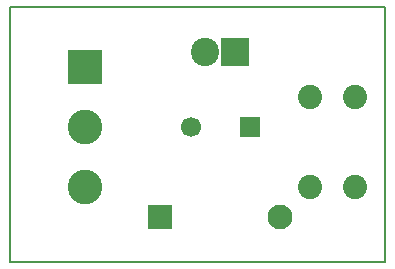
<source format=gbr>
G04 #@! TF.FileFunction,Soldermask,Bot*
%FSLAX46Y46*%
G04 Gerber Fmt 4.6, Leading zero omitted, Abs format (unit mm)*
G04 Created by KiCad (PCBNEW 4.0.2-stable) date 07/05/2016 12:23:03 p. m.*
%MOMM*%
G01*
G04 APERTURE LIST*
%ADD10C,0.100000*%
%ADD11C,0.150000*%
%ADD12R,1.700000X1.700000*%
%ADD13C,1.700000*%
%ADD14R,2.400000X2.400000*%
%ADD15C,2.400000*%
%ADD16C,2.099260*%
%ADD17R,2.099260X2.099260*%
%ADD18R,2.940000X2.940000*%
%ADD19C,2.940000*%
%ADD20C,2.051000*%
G04 APERTURE END LIST*
D10*
D11*
X116840000Y-111760000D02*
X116840000Y-110490000D01*
X116840000Y-114300000D02*
X116840000Y-111760000D01*
X148590000Y-114300000D02*
X116840000Y-114300000D01*
X148590000Y-92710000D02*
X148590000Y-114300000D01*
X116840000Y-92710000D02*
X148590000Y-92710000D01*
X116840000Y-113030000D02*
X116840000Y-92710000D01*
D12*
X137160000Y-102870000D03*
D13*
X132160000Y-102870000D03*
D14*
X135890000Y-96520000D03*
D15*
X133350000Y-96520000D03*
D16*
X139700520Y-110487460D03*
D17*
X129540520Y-110487460D03*
D18*
X123190000Y-97790000D03*
D19*
X123190000Y-102870000D03*
X123190000Y-107950000D03*
D20*
X142240000Y-100330000D03*
X142240000Y-107950000D03*
X146050000Y-100330000D03*
X146050000Y-107950000D03*
M02*

</source>
